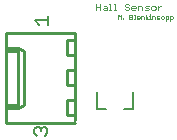
<source format=gto>
G75*
%MOIN*%
%OFA0B0*%
%FSLAX25Y25*%
%IPPOS*%
%LPD*%
%AMOC8*
5,1,8,0,0,1.08239X$1,22.5*
%
%ADD10C,0.00200*%
%ADD11C,0.00500*%
%ADD12C,0.01000*%
%ADD13C,0.00700*%
%ADD14C,0.00800*%
D10*
X0061908Y0069250D02*
X0061908Y0070651D01*
X0062375Y0070184D01*
X0062842Y0070651D01*
X0062842Y0069250D01*
X0063381Y0069250D02*
X0063615Y0069250D01*
X0063615Y0069483D01*
X0063381Y0069483D01*
X0063381Y0069250D01*
X0065591Y0069250D02*
X0066291Y0069250D01*
X0066525Y0069483D01*
X0066525Y0069717D01*
X0066291Y0069950D01*
X0065591Y0069950D01*
X0065591Y0069250D02*
X0065591Y0070651D01*
X0066291Y0070651D01*
X0066525Y0070417D01*
X0066525Y0070184D01*
X0066291Y0069950D01*
X0067064Y0069250D02*
X0067531Y0069250D01*
X0067298Y0069250D02*
X0067298Y0070651D01*
X0067064Y0070651D01*
X0068046Y0069950D02*
X0068280Y0070184D01*
X0068747Y0070184D01*
X0068980Y0069950D01*
X0068980Y0069717D01*
X0068046Y0069717D01*
X0068046Y0069950D02*
X0068046Y0069483D01*
X0068280Y0069250D01*
X0068747Y0069250D01*
X0069520Y0069250D02*
X0069520Y0070184D01*
X0070220Y0070184D01*
X0070454Y0069950D01*
X0070454Y0069250D01*
X0070993Y0069250D02*
X0070993Y0070651D01*
X0071693Y0070184D02*
X0070993Y0069717D01*
X0071693Y0069250D01*
X0072221Y0069250D02*
X0072688Y0069250D01*
X0072454Y0069250D02*
X0072454Y0070184D01*
X0072221Y0070184D01*
X0072454Y0070651D02*
X0072454Y0070884D01*
X0073203Y0070184D02*
X0073203Y0069250D01*
X0073203Y0070184D02*
X0073903Y0070184D01*
X0074137Y0069950D01*
X0074137Y0069250D01*
X0074676Y0069250D02*
X0075377Y0069250D01*
X0075610Y0069483D01*
X0075377Y0069717D01*
X0074909Y0069717D01*
X0074676Y0069950D01*
X0074909Y0070184D01*
X0075610Y0070184D01*
X0076149Y0069950D02*
X0076149Y0069483D01*
X0076383Y0069250D01*
X0076850Y0069250D01*
X0077083Y0069483D01*
X0077083Y0069950D01*
X0076850Y0070184D01*
X0076383Y0070184D01*
X0076149Y0069950D01*
X0077622Y0070184D02*
X0077622Y0068783D01*
X0077622Y0069250D02*
X0078323Y0069250D01*
X0078557Y0069483D01*
X0078557Y0069950D01*
X0078323Y0070184D01*
X0077622Y0070184D01*
X0079096Y0070184D02*
X0079096Y0068783D01*
X0079096Y0069250D02*
X0079796Y0069250D01*
X0080030Y0069483D01*
X0080030Y0069950D01*
X0079796Y0070184D01*
X0079096Y0070184D01*
X0076154Y0073611D02*
X0075787Y0073611D01*
X0075053Y0072877D01*
X0075053Y0072143D02*
X0075053Y0073611D01*
X0074311Y0073244D02*
X0073944Y0073611D01*
X0073210Y0073611D01*
X0072843Y0073244D01*
X0072843Y0072510D01*
X0073210Y0072143D01*
X0073944Y0072143D01*
X0074311Y0072510D01*
X0074311Y0073244D01*
X0072101Y0073611D02*
X0071000Y0073611D01*
X0070633Y0073244D01*
X0071000Y0072877D01*
X0071734Y0072877D01*
X0072101Y0072510D01*
X0071734Y0072143D01*
X0070633Y0072143D01*
X0069891Y0072143D02*
X0069891Y0073244D01*
X0069524Y0073611D01*
X0068423Y0073611D01*
X0068423Y0072143D01*
X0067681Y0072877D02*
X0066213Y0072877D01*
X0066213Y0072510D02*
X0066213Y0073244D01*
X0066580Y0073611D01*
X0067314Y0073611D01*
X0067681Y0073244D01*
X0067681Y0072877D01*
X0067314Y0072143D02*
X0066580Y0072143D01*
X0066213Y0072510D01*
X0065471Y0072510D02*
X0065471Y0072877D01*
X0065105Y0073244D01*
X0064371Y0073244D01*
X0064004Y0073611D01*
X0064004Y0073978D01*
X0064371Y0074345D01*
X0065105Y0074345D01*
X0065471Y0073978D01*
X0065471Y0072510D02*
X0065105Y0072143D01*
X0064371Y0072143D01*
X0064004Y0072510D01*
X0061054Y0072143D02*
X0060320Y0072143D01*
X0060687Y0072143D02*
X0060687Y0074345D01*
X0060320Y0074345D01*
X0059214Y0074345D02*
X0059214Y0072143D01*
X0058847Y0072143D02*
X0059581Y0072143D01*
X0058105Y0072143D02*
X0057004Y0072143D01*
X0056637Y0072510D01*
X0057004Y0072877D01*
X0058105Y0072877D01*
X0058105Y0073244D02*
X0058105Y0072143D01*
X0058105Y0073244D02*
X0057738Y0073611D01*
X0057004Y0073611D01*
X0055895Y0073244D02*
X0054427Y0073244D01*
X0054427Y0072143D02*
X0054427Y0074345D01*
X0055895Y0074345D02*
X0055895Y0072143D01*
X0058847Y0074345D02*
X0059214Y0074345D01*
D11*
X0047363Y0047181D02*
X0047363Y0044681D01*
X0047363Y0034681D01*
X0025863Y0039681D02*
X0024363Y0039681D01*
X0024363Y0040681D01*
D12*
X0024363Y0039681D02*
X0024363Y0034681D01*
X0035863Y0034681D01*
X0047363Y0034681D01*
X0047363Y0035681D02*
X0047363Y0037181D01*
X0047363Y0042181D01*
X0047363Y0047181D01*
X0044863Y0047181D01*
X0044863Y0052181D01*
X0047363Y0052181D01*
X0047363Y0057181D01*
X0044863Y0057181D01*
X0044863Y0062181D01*
X0047363Y0062181D01*
X0047363Y0064681D01*
X0035863Y0064681D01*
X0024363Y0064681D01*
X0024363Y0044681D01*
X0024363Y0039681D01*
X0028363Y0039681D01*
X0030363Y0040681D01*
X0030363Y0058681D01*
X0028363Y0059681D01*
X0024363Y0059681D01*
X0024363Y0058681D02*
X0028363Y0058681D01*
X0028363Y0059681D01*
X0028363Y0058681D02*
X0028363Y0040681D01*
X0024363Y0040681D01*
X0028363Y0040681D02*
X0028363Y0039681D01*
X0044863Y0037181D02*
X0044863Y0042181D01*
X0047363Y0042181D01*
X0047363Y0037181D02*
X0044863Y0037181D01*
X0047363Y0047181D02*
X0047363Y0052181D01*
X0047363Y0057181D02*
X0047363Y0062181D01*
D13*
X0038419Y0067425D02*
X0038419Y0070294D01*
X0038419Y0068860D02*
X0034115Y0068860D01*
X0035550Y0067425D01*
X0035350Y0033294D02*
X0034632Y0033294D01*
X0033915Y0032577D01*
X0033915Y0031142D01*
X0034632Y0030425D01*
X0036067Y0031860D02*
X0036067Y0032577D01*
X0036784Y0033294D01*
X0037501Y0033294D01*
X0038219Y0032577D01*
X0038219Y0031142D01*
X0037501Y0030425D01*
X0036067Y0032577D02*
X0035350Y0033294D01*
D14*
X0054879Y0039425D02*
X0057910Y0039425D01*
X0054879Y0039425D02*
X0054879Y0044937D01*
X0063816Y0039425D02*
X0066847Y0039425D01*
X0066847Y0044937D01*
M02*

</source>
